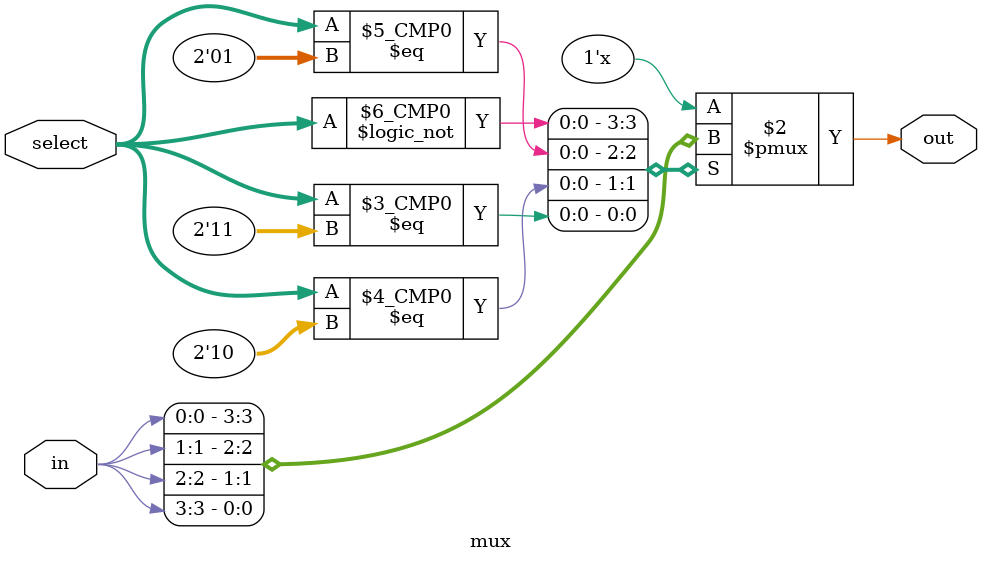
<source format=v>
`timescale 1ns / 1ps
module mux(  in,select,out    );

	input [3:0] in; 
	output out; 
	input [1:0] select; 
	
	reg out; 
	
	always @(select) 

		begin
	 
			case(select) 
			
				2'b00: 
						out=in[0];
	 
				2'b01: 
						out=in[1];
			
				2'b10: 
						out=in[2];
	  
				2'b11: 
						out=in[3];
			endcase
	 
 		end

endmodule




</source>
